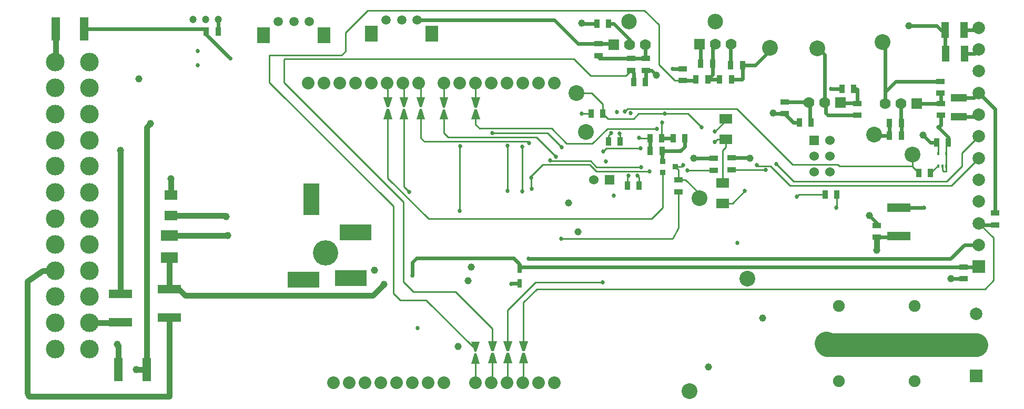
<source format=gbl>
G04 (created by PCBNEW (2013-07-07 BZR 4022)-stable) date 3/25/2014 12:52:53 AM*
%MOIN*%
G04 Gerber Fmt 3.4, Leading zero omitted, Abs format*
%FSLAX34Y34*%
G01*
G70*
G90*
G04 APERTURE LIST*
%ADD10C,0.006*%
%ADD11R,0.035X0.055*%
%ADD12C,0.075*%
%ADD13R,0.012X0.02*%
%ADD14R,0.08X0.06*%
%ADD15R,0.06X0.06*%
%ADD16C,0.06*%
%ADD17R,0.0787402X0.0787402*%
%ADD18C,0.0787402*%
%ADD19R,0.036X0.036*%
%ADD20R,0.15X0.055*%
%ADD21R,0.055X0.035*%
%ADD22R,0.055X0.15*%
%ADD23R,0.11X0.07*%
%ADD24R,0.0255906X0.0531496*%
%ADD25C,0.0984252*%
%ADD26C,0.16*%
%ADD27R,0.2X0.1*%
%ADD28R,0.1X0.2*%
%ADD29R,0.05X0.1*%
%ADD30R,0.1X0.05*%
%ADD31C,0.07*%
%ADD32R,0.07X0.07*%
%ADD33C,0.0590551*%
%ADD34R,0.0787402X0.0984252*%
%ADD35C,0.0472441*%
%ADD36C,0.11811*%
%ADD37C,0.08*%
%ADD38C,0.1*%
%ADD39C,0.046*%
%ADD40C,0.027*%
%ADD41C,0.036*%
%ADD42C,0.024*%
%ADD43C,0.01*%
%ADD44C,0.15*%
G04 APERTURE END LIST*
G54D10*
G54D11*
X68169Y-55935D03*
X68919Y-55935D03*
X68175Y-56720D03*
X68925Y-56720D03*
X86325Y-56200D03*
X87075Y-56200D03*
G54D12*
X79325Y-68935D03*
X80125Y-66585D03*
X84925Y-66585D03*
X84925Y-71335D03*
X80125Y-71335D03*
G54D13*
X86950Y-57700D03*
X86450Y-57700D03*
X86950Y-56900D03*
X86700Y-57700D03*
X86450Y-56900D03*
G54D14*
X72772Y-58768D03*
X72772Y-60068D03*
X72961Y-54713D03*
X72961Y-56013D03*
G54D11*
X65175Y-54370D03*
X64425Y-54370D03*
X78383Y-54930D03*
X77633Y-54930D03*
X84105Y-54960D03*
X83355Y-54960D03*
X69625Y-55951D03*
X70375Y-55951D03*
G54D15*
X78562Y-56084D03*
G54D16*
X79562Y-56084D03*
X78562Y-57084D03*
X79562Y-57084D03*
X78562Y-58084D03*
X79562Y-58084D03*
G54D17*
X88845Y-70995D03*
G54D18*
X88845Y-69026D03*
X88845Y-67057D03*
G54D17*
X89015Y-64080D03*
G54D18*
X89015Y-62702D03*
X89015Y-61324D03*
X89015Y-59946D03*
X89015Y-58568D03*
X89015Y-57190D03*
X89015Y-55812D03*
X89015Y-54434D03*
X89015Y-53056D03*
X89015Y-51678D03*
X89015Y-50300D03*
X89015Y-48922D03*
G54D19*
X68963Y-57400D03*
X68963Y-58100D03*
X69763Y-57750D03*
G54D20*
X83955Y-62130D03*
X83955Y-60330D03*
G54D21*
X82545Y-62205D03*
X82545Y-61455D03*
X69960Y-59325D03*
X69960Y-58575D03*
G54D22*
X30500Y-49000D03*
X32300Y-49000D03*
G54D20*
X37700Y-67300D03*
X37700Y-65500D03*
G54D22*
X34470Y-70610D03*
X36270Y-70610D03*
G54D20*
X34600Y-67600D03*
X34600Y-65800D03*
G54D23*
X37700Y-63500D03*
X37700Y-62100D03*
G54D11*
X40805Y-49155D03*
X40055Y-49155D03*
G54D14*
X37800Y-60850D03*
X37800Y-59550D03*
G54D11*
X73275Y-51300D03*
X74025Y-51300D03*
X65545Y-48660D03*
X64795Y-48660D03*
G54D21*
X67920Y-50885D03*
X67920Y-51635D03*
X73342Y-57935D03*
X73342Y-57185D03*
X72204Y-57211D03*
X72204Y-57961D03*
G54D11*
X72575Y-52200D03*
X73325Y-52200D03*
G54D21*
X86600Y-53725D03*
X86600Y-54475D03*
X86560Y-52335D03*
X86560Y-53085D03*
G54D11*
X81075Y-52800D03*
X80325Y-52800D03*
G54D21*
X81300Y-54475D03*
X81300Y-53725D03*
X66970Y-51635D03*
X66970Y-50885D03*
G54D11*
X67875Y-52360D03*
X67125Y-52360D03*
G54D21*
X70250Y-52275D03*
X70250Y-51525D03*
G54D11*
X71825Y-52200D03*
X71075Y-52200D03*
X72125Y-51200D03*
X71375Y-51200D03*
G54D21*
X64910Y-50695D03*
X64910Y-49945D03*
G54D24*
X59920Y-65150D03*
X59920Y-64205D03*
G54D21*
X88050Y-64100D03*
X88050Y-64850D03*
G54D25*
X66845Y-48520D03*
X72315Y-48520D03*
G54D21*
X76700Y-53625D03*
X76700Y-54375D03*
G54D11*
X83355Y-55760D03*
X84105Y-55760D03*
G54D26*
X47600Y-63200D03*
G54D15*
X49000Y-61900D03*
G54D16*
X50000Y-61900D03*
G54D27*
X49500Y-61900D03*
G54D15*
X48700Y-64800D03*
G54D16*
X49700Y-64800D03*
G54D27*
X49200Y-64800D03*
G54D15*
X46700Y-64900D03*
G54D16*
X45700Y-64900D03*
G54D27*
X46200Y-64900D03*
G54D15*
X46700Y-60300D03*
G54D16*
X46700Y-59300D03*
G54D28*
X46700Y-59800D03*
G54D15*
X65600Y-58560D03*
G54D16*
X64600Y-58560D03*
G54D10*
G36*
X59875Y-68800D02*
X60425Y-68800D01*
X60225Y-69450D01*
X60075Y-69450D01*
X59875Y-68800D01*
X59875Y-68800D01*
G37*
G36*
X60225Y-69550D02*
X60425Y-70200D01*
X59875Y-70200D01*
X60075Y-69550D01*
X60225Y-69550D01*
X60225Y-69550D01*
G37*
G36*
X58875Y-68800D02*
X59425Y-68800D01*
X59225Y-69450D01*
X59075Y-69450D01*
X58875Y-68800D01*
X58875Y-68800D01*
G37*
G36*
X59225Y-69550D02*
X59425Y-70200D01*
X58875Y-70200D01*
X59075Y-69550D01*
X59225Y-69550D01*
X59225Y-69550D01*
G37*
G36*
X57915Y-68800D02*
X58465Y-68800D01*
X58265Y-69450D01*
X58115Y-69450D01*
X57915Y-68800D01*
X57915Y-68800D01*
G37*
G36*
X58265Y-69550D02*
X58465Y-70200D01*
X57915Y-70200D01*
X58115Y-69550D01*
X58265Y-69550D01*
X58265Y-69550D01*
G37*
G36*
X56835Y-68820D02*
X57385Y-68820D01*
X57185Y-69470D01*
X57035Y-69470D01*
X56835Y-68820D01*
X56835Y-68820D01*
G37*
G36*
X57185Y-69570D02*
X57385Y-70220D01*
X56835Y-70220D01*
X57035Y-69570D01*
X57185Y-69570D01*
X57185Y-69570D01*
G37*
G36*
X54835Y-53350D02*
X55385Y-53350D01*
X55185Y-54000D01*
X55035Y-54000D01*
X54835Y-53350D01*
X54835Y-53350D01*
G37*
G36*
X55185Y-54100D02*
X55385Y-54750D01*
X54835Y-54750D01*
X55035Y-54100D01*
X55185Y-54100D01*
X55185Y-54100D01*
G37*
G36*
X52305Y-53330D02*
X52855Y-53330D01*
X52655Y-53980D01*
X52505Y-53980D01*
X52305Y-53330D01*
X52305Y-53330D01*
G37*
G36*
X52655Y-54080D02*
X52855Y-54730D01*
X52305Y-54730D01*
X52505Y-54080D01*
X52655Y-54080D01*
X52655Y-54080D01*
G37*
G36*
X53365Y-53320D02*
X53915Y-53320D01*
X53715Y-53970D01*
X53565Y-53970D01*
X53365Y-53320D01*
X53365Y-53320D01*
G37*
G36*
X53715Y-54070D02*
X53915Y-54720D01*
X53365Y-54720D01*
X53565Y-54070D01*
X53715Y-54070D01*
X53715Y-54070D01*
G37*
G36*
X56845Y-53350D02*
X57395Y-53350D01*
X57195Y-54000D01*
X57045Y-54000D01*
X56845Y-53350D01*
X56845Y-53350D01*
G37*
G36*
X57195Y-54100D02*
X57395Y-54750D01*
X56845Y-54750D01*
X57045Y-54100D01*
X57195Y-54100D01*
X57195Y-54100D01*
G37*
G36*
X51275Y-53330D02*
X51825Y-53330D01*
X51625Y-53980D01*
X51475Y-53980D01*
X51275Y-53330D01*
X51275Y-53330D01*
G37*
G36*
X51625Y-54080D02*
X51825Y-54730D01*
X51275Y-54730D01*
X51475Y-54080D01*
X51625Y-54080D01*
X51625Y-54080D01*
G37*
G54D21*
X90045Y-60675D03*
X90045Y-61425D03*
G54D29*
X88070Y-49080D03*
X86870Y-49080D03*
X88095Y-50580D03*
X86895Y-50580D03*
G54D30*
X87750Y-54555D03*
X87750Y-53355D03*
G54D11*
X66735Y-58930D03*
X67485Y-58930D03*
X66285Y-56120D03*
X65535Y-56120D03*
G54D31*
X67860Y-50000D03*
X66860Y-50000D03*
G54D32*
X65860Y-50000D03*
G54D31*
X83060Y-53720D03*
X84060Y-53720D03*
G54D32*
X85060Y-53720D03*
G54D31*
X73295Y-49960D03*
X72295Y-49960D03*
G54D32*
X71295Y-49960D03*
G54D31*
X78255Y-53670D03*
X79255Y-53670D03*
G54D32*
X80255Y-53670D03*
G54D33*
X45595Y-48535D03*
X44610Y-48535D03*
X46579Y-48535D03*
G54D34*
X43665Y-49401D03*
X47524Y-49401D03*
G54D33*
X52425Y-48435D03*
X51440Y-48435D03*
X53409Y-48435D03*
G54D34*
X50495Y-49301D03*
X54354Y-49301D03*
G54D35*
X40010Y-48390D03*
X39222Y-48390D03*
X40797Y-48390D03*
G54D36*
X30480Y-51100D03*
X30480Y-69288D03*
X30480Y-67635D03*
X30480Y-65981D03*
X30480Y-64328D03*
X30480Y-62674D03*
X30480Y-61021D03*
X30480Y-59367D03*
X30480Y-57714D03*
X30480Y-56060D03*
X30480Y-54407D03*
X30480Y-52753D03*
X32645Y-51100D03*
X32645Y-69288D03*
X32645Y-67635D03*
X32645Y-65981D03*
X32645Y-64328D03*
X32645Y-62674D03*
X32645Y-61021D03*
X32645Y-59367D03*
X32645Y-57714D03*
X32645Y-56060D03*
X32645Y-54407D03*
X32645Y-52753D03*
G54D37*
X52100Y-71420D03*
X53100Y-71420D03*
X54100Y-71420D03*
X55100Y-71420D03*
X57100Y-71420D03*
X58100Y-71420D03*
X59100Y-71420D03*
X60100Y-71420D03*
X61100Y-71420D03*
X62100Y-71420D03*
X62100Y-52420D03*
X61100Y-52420D03*
X60100Y-52420D03*
X59100Y-52420D03*
X58100Y-52420D03*
X57100Y-52420D03*
X56100Y-52420D03*
X55100Y-52420D03*
X53500Y-52420D03*
X52500Y-52420D03*
X51500Y-52420D03*
X50500Y-52420D03*
X49500Y-52420D03*
X48500Y-52420D03*
X51100Y-71420D03*
X50100Y-71420D03*
X47500Y-52420D03*
X46500Y-52420D03*
X49100Y-71420D03*
X48100Y-71420D03*
G54D38*
X63510Y-53070D03*
X84810Y-56960D03*
X64110Y-55530D03*
X71294Y-59747D03*
X70665Y-71985D03*
X74325Y-64840D03*
X75790Y-50210D03*
X78780Y-50230D03*
X82920Y-49850D03*
X82380Y-55695D03*
G54D11*
X85200Y-58145D03*
X85950Y-58145D03*
X79260Y-59505D03*
X80010Y-59505D03*
G54D39*
X34400Y-69000D03*
X82530Y-63035D03*
X75315Y-67350D03*
X56000Y-69150D03*
X35600Y-70600D03*
X36500Y-55000D03*
G54D40*
X39500Y-51300D03*
X41565Y-50865D03*
G54D39*
X51300Y-65200D03*
X56840Y-64100D03*
X85480Y-55750D03*
G54D40*
X67460Y-55890D03*
G54D39*
X41400Y-62100D03*
X63000Y-60030D03*
X41300Y-60900D03*
X34600Y-56700D03*
G54D40*
X39500Y-50400D03*
X65186Y-65076D03*
X52920Y-59330D03*
X65210Y-56780D03*
X67590Y-56570D03*
X60650Y-58440D03*
X68150Y-58020D03*
X60660Y-59130D03*
X56110Y-60520D03*
X56150Y-56450D03*
X67610Y-57760D03*
X61850Y-57340D03*
X60520Y-56220D03*
X58160Y-55600D03*
X62590Y-56500D03*
X59150Y-56400D03*
X59130Y-59270D03*
X68610Y-55320D03*
X60090Y-59300D03*
X60090Y-56470D03*
X85526Y-60333D03*
X62200Y-57100D03*
X53100Y-64650D03*
X60460Y-63570D03*
X76181Y-57560D03*
X74934Y-57636D03*
G54D39*
X82080Y-60830D03*
G54D40*
X65880Y-59580D03*
G54D39*
X63620Y-61860D03*
G54D40*
X63830Y-54370D03*
X66090Y-54280D03*
X66940Y-54330D03*
X73702Y-62573D03*
X65387Y-57414D03*
X70112Y-56742D03*
X70525Y-57960D03*
X75502Y-57953D03*
G54D39*
X75960Y-54350D03*
G54D40*
X86450Y-55250D03*
X79650Y-52800D03*
G54D39*
X70956Y-57189D03*
X74516Y-57213D03*
X35790Y-52170D03*
G54D40*
X53429Y-67964D03*
G54D39*
X37800Y-58500D03*
X56645Y-64985D03*
X50700Y-64300D03*
X87225Y-64850D03*
X63855Y-48630D03*
X68590Y-51940D03*
X84590Y-48810D03*
G54D40*
X69600Y-51550D03*
G54D39*
X71865Y-70430D03*
G54D40*
X59390Y-65160D03*
X62550Y-62310D03*
X79975Y-60320D03*
X77460Y-59640D03*
X70280Y-57645D03*
X66255Y-55640D03*
X66805Y-58315D03*
X67385Y-58305D03*
X65700Y-55615D03*
X66569Y-54230D03*
X68936Y-54936D03*
X69104Y-54376D03*
X71449Y-55237D03*
X72268Y-55517D03*
X72268Y-56175D03*
X74184Y-59286D03*
G54D41*
X34470Y-69070D02*
X34400Y-69000D01*
X34470Y-69070D02*
X34470Y-70610D01*
X82545Y-62205D02*
X82545Y-63020D01*
X82545Y-63020D02*
X82530Y-63035D01*
G54D42*
X82545Y-62205D02*
X83880Y-62205D01*
X83880Y-62205D02*
X83955Y-62130D01*
G54D41*
X36270Y-70610D02*
X35610Y-70610D01*
X35610Y-70610D02*
X35600Y-70600D01*
X36270Y-70610D02*
X36270Y-55230D01*
X36270Y-55230D02*
X36500Y-55000D01*
G54D42*
X78300Y-53700D02*
X78300Y-54847D01*
X78300Y-54847D02*
X78383Y-54930D01*
X73275Y-51300D02*
X73275Y-49995D01*
X73275Y-49995D02*
X73315Y-49955D01*
X76700Y-53625D02*
X78225Y-53625D01*
X78225Y-53625D02*
X78300Y-53700D01*
X40055Y-49355D02*
X40055Y-49155D01*
X41565Y-50865D02*
X40055Y-49355D01*
X32300Y-49000D02*
X39900Y-49000D01*
X39900Y-49000D02*
X40055Y-49155D01*
G54D41*
X38300Y-65500D02*
X37700Y-65500D01*
X50600Y-65900D02*
X51300Y-65200D01*
X38700Y-65900D02*
X50600Y-65900D01*
X38300Y-65500D02*
X38700Y-65900D01*
X37700Y-65500D02*
X37700Y-63500D01*
G54D42*
X86325Y-56200D02*
X85930Y-56200D01*
X85930Y-56200D02*
X85480Y-55750D01*
X87750Y-54555D02*
X88894Y-54555D01*
X88894Y-54555D02*
X89015Y-54434D01*
G54D43*
X68169Y-55935D02*
X67505Y-55935D01*
X67505Y-55935D02*
X67460Y-55890D01*
G54D41*
X37700Y-62100D02*
X41400Y-62100D01*
G54D42*
X68169Y-55935D02*
X68169Y-56714D01*
X68169Y-56714D02*
X68175Y-56720D01*
G54D43*
X86450Y-56900D02*
X86450Y-56325D01*
X86450Y-56325D02*
X86325Y-56200D01*
G54D41*
X37800Y-60850D02*
X41250Y-60850D01*
X41250Y-60850D02*
X41300Y-60900D01*
X34600Y-65800D02*
X34600Y-56700D01*
G54D42*
X66860Y-50000D02*
X66860Y-49655D01*
X65865Y-48660D02*
X65545Y-48660D01*
X66860Y-49655D02*
X65865Y-48660D01*
X84105Y-55760D02*
X84105Y-54960D01*
X84105Y-54960D02*
X84060Y-54915D01*
X84060Y-54915D02*
X84060Y-53720D01*
G54D43*
X59150Y-69125D02*
X59150Y-66822D01*
X60896Y-65076D02*
X65186Y-65076D01*
X59150Y-66822D02*
X60896Y-65076D01*
X51550Y-54405D02*
X51550Y-58460D01*
X68963Y-60347D02*
X68963Y-58100D01*
X68260Y-61050D02*
X68963Y-60347D01*
X54140Y-61050D02*
X68260Y-61050D01*
X51550Y-58460D02*
X54140Y-61050D01*
X52590Y-59000D02*
X52590Y-54390D01*
X52920Y-59330D02*
X52590Y-59000D01*
X65210Y-56780D02*
X65420Y-56570D01*
X65420Y-56570D02*
X67590Y-56570D01*
X60650Y-58440D02*
X60640Y-58440D01*
X64760Y-58020D02*
X68150Y-58020D01*
X64340Y-57600D02*
X64760Y-58020D01*
X61380Y-57600D02*
X64340Y-57600D01*
X60640Y-58340D02*
X61380Y-57600D01*
X60640Y-59110D02*
X60640Y-58540D01*
X60640Y-58540D02*
X60640Y-58440D01*
X60640Y-58440D02*
X60640Y-58340D01*
X60660Y-59130D02*
X60640Y-59110D01*
X56110Y-56490D02*
X56110Y-60520D01*
X56150Y-56450D02*
X56110Y-56490D01*
X64790Y-57760D02*
X67610Y-57760D01*
X64410Y-57380D02*
X64790Y-57760D01*
X61890Y-57380D02*
X64410Y-57380D01*
X61850Y-57340D02*
X61890Y-57380D01*
X44050Y-50735D02*
X44050Y-50670D01*
X57110Y-69145D02*
X56935Y-69145D01*
X44050Y-52400D02*
X44050Y-51910D01*
X51900Y-60250D02*
X44050Y-52400D01*
X51900Y-65760D02*
X51900Y-60250D01*
X52340Y-66200D02*
X51900Y-65760D01*
X53990Y-66200D02*
X52340Y-66200D01*
X56935Y-69145D02*
X53990Y-66200D01*
X44050Y-51910D02*
X44050Y-50735D01*
X44050Y-50670D02*
X44055Y-50670D01*
X48620Y-50670D02*
X44055Y-50670D01*
X70250Y-52275D02*
X69745Y-52275D01*
X69745Y-52275D02*
X68730Y-51260D01*
X68730Y-51260D02*
X68730Y-48750D01*
X68730Y-48750D02*
X67800Y-47820D01*
X67800Y-47820D02*
X50290Y-47820D01*
X50290Y-47820D02*
X48860Y-49250D01*
X48860Y-49250D02*
X48860Y-50430D01*
X48860Y-50430D02*
X48620Y-50670D01*
G54D42*
X70250Y-52275D02*
X71000Y-52275D01*
X71000Y-52275D02*
X71075Y-52200D01*
G54D43*
X44970Y-51955D02*
X44970Y-50930D01*
X44970Y-50930D02*
X45010Y-50890D01*
X64415Y-51975D02*
X66630Y-51975D01*
X66630Y-51975D02*
X66970Y-51635D01*
X64415Y-51975D02*
X63330Y-50890D01*
X63330Y-50890D02*
X45010Y-50890D01*
X58190Y-68000D02*
X55850Y-65660D01*
X55850Y-65660D02*
X53160Y-65660D01*
X53160Y-65660D02*
X52540Y-65040D01*
X52540Y-65040D02*
X52540Y-59960D01*
X52540Y-59960D02*
X44970Y-52390D01*
X44970Y-52390D02*
X44970Y-51955D01*
X44970Y-51955D02*
X44970Y-51970D01*
X58190Y-69125D02*
X58190Y-68000D01*
G54D42*
X67125Y-52360D02*
X67125Y-51790D01*
X67125Y-51790D02*
X66970Y-51635D01*
G54D43*
X59150Y-56140D02*
X60440Y-56140D01*
X60440Y-56140D02*
X60520Y-56220D01*
X53640Y-55920D02*
X53640Y-54395D01*
X53860Y-56140D02*
X53640Y-55920D01*
X59150Y-56140D02*
X59150Y-56140D01*
X59150Y-56140D02*
X53860Y-56140D01*
X61690Y-55600D02*
X58160Y-55600D01*
X62590Y-56500D02*
X61690Y-55600D01*
X59150Y-59250D02*
X59150Y-56400D01*
X59130Y-59270D02*
X59150Y-59250D01*
X68610Y-55320D02*
X65460Y-55320D01*
X61930Y-55310D02*
X57360Y-55310D01*
X62890Y-56270D02*
X61930Y-55310D01*
X64510Y-56270D02*
X62890Y-56270D01*
X65460Y-55320D02*
X64510Y-56270D01*
X57120Y-54425D02*
X57120Y-55070D01*
X57120Y-55070D02*
X57360Y-55310D01*
X57360Y-55310D02*
X57370Y-55320D01*
X60090Y-56470D02*
X60090Y-59300D01*
G54D42*
X85523Y-60330D02*
X83955Y-60330D01*
X85526Y-60333D02*
X85523Y-60330D01*
X90045Y-61425D02*
X89115Y-61425D01*
X89115Y-61425D02*
X89015Y-61324D01*
G54D43*
X60150Y-69125D02*
X60150Y-66350D01*
X89940Y-62249D02*
X89015Y-61324D01*
X89940Y-64950D02*
X89940Y-62249D01*
X89400Y-65490D02*
X89940Y-64950D01*
X61010Y-65490D02*
X89400Y-65490D01*
X60150Y-66350D02*
X61010Y-65490D01*
X55110Y-54425D02*
X55110Y-55590D01*
X60960Y-55860D02*
X62200Y-57100D01*
X55380Y-55860D02*
X60960Y-55860D01*
X55110Y-55590D02*
X55380Y-55860D01*
G54D42*
X88050Y-64100D02*
X60025Y-64100D01*
X60025Y-64100D02*
X59920Y-64205D01*
X59920Y-64205D02*
X59920Y-63920D01*
X53100Y-64650D02*
X53100Y-63800D01*
X53100Y-63800D02*
X53375Y-63525D01*
X59225Y-63525D02*
X59525Y-63525D01*
X53375Y-63525D02*
X59225Y-63525D01*
X59920Y-63920D02*
X59525Y-63525D01*
X88050Y-64100D02*
X88995Y-64100D01*
X88995Y-64100D02*
X89015Y-64080D01*
X88097Y-62702D02*
X89015Y-62702D01*
X87220Y-63580D02*
X88097Y-62702D01*
X60470Y-63580D02*
X87220Y-63580D01*
X60460Y-63570D02*
X60470Y-63580D01*
X88070Y-49080D02*
X88857Y-49080D01*
X88857Y-49080D02*
X89015Y-48922D01*
X72125Y-51200D02*
X72125Y-51900D01*
X72125Y-51900D02*
X71825Y-52200D01*
X72125Y-51200D02*
X72125Y-50145D01*
X72125Y-50145D02*
X72315Y-49955D01*
X71825Y-52200D02*
X72575Y-52200D01*
X64910Y-50695D02*
X64910Y-50810D01*
X64985Y-50885D02*
X66970Y-50885D01*
X64910Y-50810D02*
X64985Y-50885D01*
X66970Y-50885D02*
X67920Y-50885D01*
X67860Y-50000D02*
X67860Y-50825D01*
X67860Y-50825D02*
X67920Y-50885D01*
X88095Y-50580D02*
X88735Y-50580D01*
X88735Y-50580D02*
X89015Y-50300D01*
G54D44*
X88845Y-69026D02*
X79416Y-69026D01*
X79416Y-69026D02*
X79325Y-68935D01*
G54D43*
X87945Y-56882D02*
X89015Y-55812D01*
X87945Y-57690D02*
X87945Y-56882D01*
X86968Y-58667D02*
X87945Y-57690D01*
X77288Y-58667D02*
X86968Y-58667D01*
X76181Y-57560D02*
X77288Y-58667D01*
X87275Y-58930D02*
X89015Y-57190D01*
X77050Y-58930D02*
X87275Y-58930D01*
X75815Y-57695D02*
X77050Y-58930D01*
X74993Y-57695D02*
X75815Y-57695D01*
X74934Y-57636D02*
X74993Y-57695D01*
G54D42*
X83355Y-55760D02*
X82445Y-55760D01*
X82445Y-55760D02*
X82380Y-55695D01*
X83355Y-54960D02*
X83355Y-55760D01*
G54D43*
X86950Y-57700D02*
X86950Y-56900D01*
X86700Y-57700D02*
X86700Y-57960D01*
X86950Y-58020D02*
X86950Y-57700D01*
X86760Y-58020D02*
X86950Y-58020D01*
X86700Y-57960D02*
X86760Y-58020D01*
G54D42*
X82545Y-61455D02*
X82545Y-61295D01*
X82545Y-61295D02*
X82080Y-60830D01*
G54D43*
X64425Y-54370D02*
X63830Y-54370D01*
G54D42*
X70375Y-55951D02*
X70375Y-56479D01*
X70090Y-56720D02*
X70112Y-56742D01*
X70090Y-56720D02*
X68925Y-56720D01*
X70375Y-56479D02*
X70112Y-56742D01*
X68925Y-56720D02*
X68925Y-57362D01*
X68925Y-57362D02*
X68963Y-57400D01*
G54D43*
X72204Y-57961D02*
X70526Y-57961D01*
X70526Y-57961D02*
X70525Y-57960D01*
G54D42*
X77633Y-54930D02*
X77255Y-54930D01*
X77255Y-54930D02*
X76700Y-54375D01*
G54D43*
X73342Y-57935D02*
X75484Y-57935D01*
X75484Y-57935D02*
X75502Y-57953D01*
G54D42*
X76700Y-54375D02*
X75985Y-54375D01*
X75985Y-54375D02*
X75960Y-54350D01*
X87075Y-56200D02*
X87075Y-55875D01*
X86600Y-55100D02*
X86450Y-55250D01*
X86600Y-55100D02*
X86600Y-54475D01*
X87075Y-55875D02*
X86450Y-55250D01*
G54D43*
X86950Y-56900D02*
X86950Y-56325D01*
X86950Y-56325D02*
X87075Y-56200D01*
G54D42*
X80325Y-52800D02*
X79650Y-52800D01*
X79255Y-53670D02*
X79255Y-50635D01*
X79255Y-50635D02*
X78675Y-50055D01*
X79300Y-53700D02*
X79300Y-54330D01*
X79445Y-54475D02*
X81300Y-54475D01*
X79300Y-54330D02*
X79445Y-54475D01*
X70978Y-57211D02*
X72204Y-57211D01*
X70956Y-57189D02*
X70978Y-57211D01*
X83060Y-53720D02*
X83060Y-49990D01*
X83060Y-49990D02*
X82920Y-49850D01*
X86560Y-52335D02*
X83835Y-52335D01*
X83835Y-52335D02*
X83735Y-52335D01*
X83060Y-53010D02*
X83060Y-53720D01*
X83735Y-52335D02*
X83060Y-53010D01*
X74488Y-57185D02*
X73342Y-57185D01*
X74516Y-57213D02*
X74488Y-57185D01*
G54D41*
X37800Y-59550D02*
X37800Y-58500D01*
G54D42*
X88050Y-64850D02*
X87225Y-64850D01*
X75730Y-50190D02*
X75730Y-50410D01*
X74840Y-51300D02*
X74025Y-51300D01*
X75730Y-50410D02*
X74840Y-51300D01*
X64795Y-48660D02*
X63885Y-48660D01*
X63885Y-48660D02*
X63855Y-48630D01*
X67920Y-51635D02*
X67920Y-52315D01*
X67920Y-52315D02*
X67875Y-52360D01*
X67920Y-51635D02*
X68285Y-51635D01*
X68285Y-51635D02*
X68590Y-51940D01*
X86870Y-49080D02*
X86595Y-49080D01*
X86325Y-48810D02*
X84590Y-48810D01*
X86595Y-49080D02*
X86325Y-48810D01*
X86870Y-49080D02*
X86870Y-50555D01*
X86870Y-50555D02*
X86895Y-50580D01*
X87750Y-53355D02*
X88716Y-53355D01*
X88716Y-53355D02*
X89015Y-53056D01*
X90045Y-60675D02*
X90045Y-54086D01*
X90045Y-54086D02*
X89015Y-53056D01*
X70250Y-51525D02*
X69625Y-51525D01*
X69625Y-51525D02*
X69600Y-51550D01*
X74025Y-51300D02*
X74025Y-52175D01*
X74000Y-52200D02*
X73325Y-52200D01*
X74025Y-52175D02*
X74000Y-52200D01*
G54D41*
X30500Y-49000D02*
X30500Y-51080D01*
X30500Y-51080D02*
X30480Y-51100D01*
G54D42*
X59920Y-65150D02*
X59400Y-65150D01*
X59400Y-65150D02*
X59390Y-65160D01*
G54D43*
X69960Y-61610D02*
X69610Y-62300D01*
X69610Y-62300D02*
X62540Y-62300D01*
X69960Y-61610D02*
X69960Y-59325D01*
X62550Y-62300D02*
X62540Y-62300D01*
X62550Y-62310D02*
X62550Y-62300D01*
X80010Y-59505D02*
X80010Y-60285D01*
X80010Y-60285D02*
X79975Y-60320D01*
X77595Y-59505D02*
X79260Y-59505D01*
X77460Y-59640D02*
X77595Y-59505D01*
X71294Y-59747D02*
X71294Y-59450D01*
X70419Y-58575D02*
X69960Y-58575D01*
X71294Y-59450D02*
X70419Y-58575D01*
X69960Y-58575D02*
X69960Y-57947D01*
X69960Y-57947D02*
X69763Y-57750D01*
X69763Y-57750D02*
X70175Y-57750D01*
X70175Y-57750D02*
X70280Y-57645D01*
G54D42*
X81075Y-52800D02*
X81250Y-52800D01*
X81300Y-52850D02*
X81300Y-53725D01*
X81250Y-52800D02*
X81300Y-52850D01*
X80300Y-53700D02*
X81275Y-53700D01*
X81275Y-53700D02*
X81300Y-53725D01*
X86600Y-53725D02*
X86600Y-53125D01*
X86600Y-53125D02*
X86560Y-53085D01*
X85060Y-53720D02*
X86595Y-53720D01*
X86595Y-53720D02*
X86600Y-53725D01*
X86575Y-53700D02*
X86600Y-53725D01*
X64910Y-49945D02*
X63605Y-49945D01*
X62095Y-48435D02*
X63595Y-49935D01*
X62095Y-48435D02*
X53409Y-48435D01*
X63605Y-49945D02*
X63595Y-49935D01*
X64910Y-49945D02*
X65805Y-49945D01*
X65805Y-49945D02*
X65860Y-50000D01*
X71375Y-51200D02*
X71375Y-50015D01*
X71375Y-50015D02*
X71315Y-49955D01*
G54D43*
X58190Y-69875D02*
X58190Y-71330D01*
X58190Y-71330D02*
X58100Y-71420D01*
X57110Y-69895D02*
X57110Y-71410D01*
X57110Y-71410D02*
X57100Y-71420D01*
X60150Y-69875D02*
X60150Y-71370D01*
G54D42*
X60150Y-71370D02*
X60100Y-71420D01*
G54D43*
X59150Y-69875D02*
X59150Y-71370D01*
G54D42*
X59150Y-71370D02*
X59100Y-71420D01*
G54D43*
X52580Y-53655D02*
X52580Y-52500D01*
X52580Y-52500D02*
X52500Y-52420D01*
X53640Y-53645D02*
X53640Y-52560D01*
X53640Y-52560D02*
X53500Y-52420D01*
X57120Y-53675D02*
X57120Y-52440D01*
X57120Y-52440D02*
X57100Y-52420D01*
X55110Y-53675D02*
X55110Y-52430D01*
X55110Y-52430D02*
X55100Y-52420D01*
X51550Y-53655D02*
X51550Y-52470D01*
X51550Y-52470D02*
X51500Y-52420D01*
X66285Y-55670D02*
X66285Y-56120D01*
X66255Y-55640D02*
X66285Y-55670D01*
X66735Y-58385D02*
X66735Y-58930D01*
X66805Y-58315D02*
X66735Y-58385D01*
X67485Y-58405D02*
X67485Y-58930D01*
X67385Y-58305D02*
X67485Y-58405D01*
X65535Y-55780D02*
X65535Y-56120D01*
X65700Y-55615D02*
X65535Y-55780D01*
X84800Y-57700D02*
X84800Y-57745D01*
X84800Y-57745D02*
X85200Y-58145D01*
X84660Y-57700D02*
X84800Y-57700D01*
X84800Y-57700D02*
X84810Y-57700D01*
X80191Y-57700D02*
X80091Y-57600D01*
X80091Y-57600D02*
X77224Y-57600D01*
X77224Y-57600D02*
X73684Y-54060D01*
X73684Y-54060D02*
X66739Y-54060D01*
X66739Y-54060D02*
X66569Y-54230D01*
X84660Y-57700D02*
X80191Y-57700D01*
X84810Y-57700D02*
X84810Y-56960D01*
X86450Y-57700D02*
X86395Y-57700D01*
X86395Y-57700D02*
X85950Y-58145D01*
X68919Y-54953D02*
X68919Y-55935D01*
X68936Y-54936D02*
X68919Y-54953D01*
G54D42*
X68919Y-55935D02*
X69609Y-55935D01*
X69609Y-55935D02*
X69625Y-55951D01*
G54D43*
X65175Y-54370D02*
X65175Y-53775D01*
X64470Y-53070D02*
X63510Y-53070D01*
X65175Y-53775D02*
X64470Y-53070D01*
X69104Y-54376D02*
X67454Y-54376D01*
X65505Y-54700D02*
X65175Y-54370D01*
X67130Y-54700D02*
X65505Y-54700D01*
X67454Y-54376D02*
X67130Y-54700D01*
X70588Y-54376D02*
X69104Y-54376D01*
X71449Y-55237D02*
X70588Y-54376D01*
X72961Y-54713D02*
X72961Y-54824D01*
X72961Y-54824D02*
X72268Y-55517D01*
X72961Y-56013D02*
X72961Y-56504D01*
X72772Y-56693D02*
X72772Y-58768D01*
X72961Y-56504D02*
X72772Y-56693D01*
X72961Y-56013D02*
X72430Y-56013D01*
X72430Y-56013D02*
X72268Y-56175D01*
X73380Y-60068D02*
X72772Y-60068D01*
X73402Y-60068D02*
X73380Y-60068D01*
X74184Y-59286D02*
X73402Y-60068D01*
G54D41*
X32645Y-67635D02*
X34564Y-67635D01*
X34564Y-67635D02*
X34600Y-67600D01*
X37700Y-67300D02*
X37700Y-72300D01*
X29671Y-64328D02*
X30480Y-64328D01*
X28700Y-65000D02*
X29671Y-64328D01*
X28700Y-72100D02*
X28700Y-65000D01*
X28800Y-72300D02*
X28700Y-72100D01*
X37700Y-72300D02*
X28800Y-72300D01*
G54D42*
X40805Y-49155D02*
X40805Y-48397D01*
X40805Y-48397D02*
X40797Y-48390D01*
M02*

</source>
